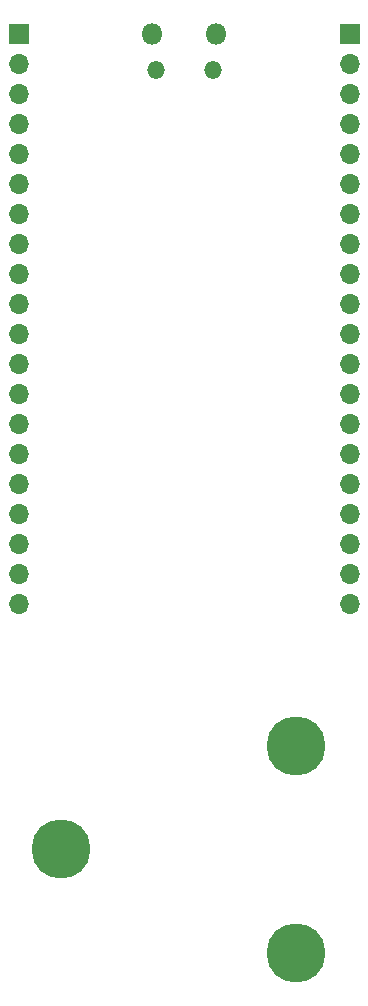
<source format=gbr>
%TF.GenerationSoftware,KiCad,Pcbnew,(6.0.4)*%
%TF.CreationDate,2022-11-15T10:47:26+01:00*%
%TF.ProjectId,tp1,7470312e-6b69-4636-9164-5f7063625858,rev?*%
%TF.SameCoordinates,Original*%
%TF.FileFunction,Soldermask,Bot*%
%TF.FilePolarity,Negative*%
%FSLAX46Y46*%
G04 Gerber Fmt 4.6, Leading zero omitted, Abs format (unit mm)*
G04 Created by KiCad (PCBNEW (6.0.4)) date 2022-11-15 10:47:26*
%MOMM*%
%LPD*%
G01*
G04 APERTURE LIST*
%ADD10O,1.500000X1.500000*%
%ADD11O,1.800000X1.800000*%
%ADD12R,1.700000X1.700000*%
%ADD13O,1.700000X1.700000*%
%ADD14C,5.000000*%
G04 APERTURE END LIST*
D10*
%TO.C,U2*%
X142925000Y-54030000D03*
X138075000Y-54030000D03*
D11*
X143225000Y-51000000D03*
X137775000Y-51000000D03*
%TD*%
D12*
%TO.C,J2*%
X154500000Y-51000000D03*
D13*
X154500000Y-53540000D03*
X154500000Y-56080000D03*
X154500000Y-58620000D03*
X154500000Y-61160000D03*
X154500000Y-63700000D03*
X154500000Y-66240000D03*
X154500000Y-68780000D03*
X154500000Y-71320000D03*
X154500000Y-73860000D03*
X154500000Y-76400000D03*
X154500000Y-78940000D03*
X154500000Y-81480000D03*
X154500000Y-84020000D03*
X154500000Y-86560000D03*
X154500000Y-89100000D03*
X154500000Y-91640000D03*
X154500000Y-94180000D03*
X154500000Y-96720000D03*
X154500000Y-99260000D03*
%TD*%
D12*
%TO.C,J1*%
X126500000Y-51000000D03*
D13*
X126500000Y-53540000D03*
X126500000Y-56080000D03*
X126500000Y-58620000D03*
X126500000Y-61160000D03*
X126500000Y-63700000D03*
X126500000Y-66240000D03*
X126500000Y-68780000D03*
X126500000Y-71320000D03*
X126500000Y-73860000D03*
X126500000Y-76400000D03*
X126500000Y-78940000D03*
X126500000Y-81480000D03*
X126500000Y-84020000D03*
X126500000Y-86560000D03*
X126500000Y-89100000D03*
X126500000Y-91640000D03*
X126500000Y-94180000D03*
X126500000Y-96720000D03*
X126500000Y-99260000D03*
%TD*%
D14*
%TO.C,JIG1*%
X130050000Y-120000000D03*
X149950000Y-128750000D03*
X149950000Y-111250000D03*
%TD*%
M02*

</source>
